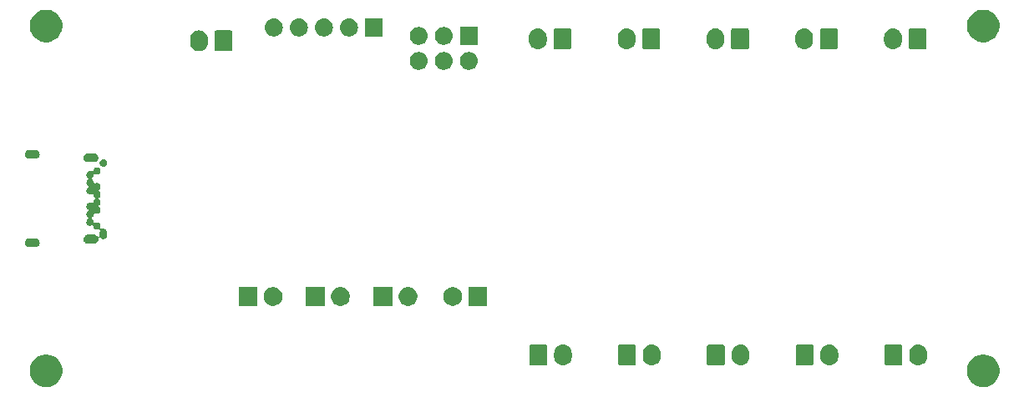
<source format=gbr>
G04 #@! TF.GenerationSoftware,KiCad,Pcbnew,(5.1.4-0)*
G04 #@! TF.CreationDate,2021-11-23T15:15:17+03:00*
G04 #@! TF.ProjectId,exercise_drop_tubes,65786572-6369-4736-955f-64726f705f74,rev?*
G04 #@! TF.SameCoordinates,Original*
G04 #@! TF.FileFunction,Soldermask,Bot*
G04 #@! TF.FilePolarity,Negative*
%FSLAX46Y46*%
G04 Gerber Fmt 4.6, Leading zero omitted, Abs format (unit mm)*
G04 Created by KiCad (PCBNEW (5.1.4-0)) date 2021-11-23 15:15:17*
%MOMM*%
%LPD*%
G04 APERTURE LIST*
%ADD10C,0.100000*%
G04 APERTURE END LIST*
D10*
G36*
X178875256Y-112391298D02*
G01*
X178981579Y-112412447D01*
X179282042Y-112536903D01*
X179552451Y-112717585D01*
X179782415Y-112947549D01*
X179963097Y-113217958D01*
X180087553Y-113518421D01*
X180151000Y-113837391D01*
X180151000Y-114162609D01*
X180087553Y-114481579D01*
X179963097Y-114782042D01*
X179782415Y-115052451D01*
X179552451Y-115282415D01*
X179282042Y-115463097D01*
X178981579Y-115587553D01*
X178875256Y-115608702D01*
X178662611Y-115651000D01*
X178337389Y-115651000D01*
X178124744Y-115608702D01*
X178018421Y-115587553D01*
X177717958Y-115463097D01*
X177447549Y-115282415D01*
X177217585Y-115052451D01*
X177036903Y-114782042D01*
X176912447Y-114481579D01*
X176849000Y-114162609D01*
X176849000Y-113837391D01*
X176912447Y-113518421D01*
X177036903Y-113217958D01*
X177217585Y-112947549D01*
X177447549Y-112717585D01*
X177717958Y-112536903D01*
X178018421Y-112412447D01*
X178124744Y-112391298D01*
X178337389Y-112349000D01*
X178662611Y-112349000D01*
X178875256Y-112391298D01*
X178875256Y-112391298D01*
G37*
G36*
X83875256Y-112391298D02*
G01*
X83981579Y-112412447D01*
X84282042Y-112536903D01*
X84552451Y-112717585D01*
X84782415Y-112947549D01*
X84963097Y-113217958D01*
X85087553Y-113518421D01*
X85151000Y-113837391D01*
X85151000Y-114162609D01*
X85087553Y-114481579D01*
X84963097Y-114782042D01*
X84782415Y-115052451D01*
X84552451Y-115282415D01*
X84282042Y-115463097D01*
X83981579Y-115587553D01*
X83875256Y-115608702D01*
X83662611Y-115651000D01*
X83337389Y-115651000D01*
X83124744Y-115608702D01*
X83018421Y-115587553D01*
X82717958Y-115463097D01*
X82447549Y-115282415D01*
X82217585Y-115052451D01*
X82036903Y-114782042D01*
X81912447Y-114481579D01*
X81849000Y-114162609D01*
X81849000Y-113837391D01*
X81912447Y-113518421D01*
X82036903Y-113217958D01*
X82217585Y-112947549D01*
X82447549Y-112717585D01*
X82717958Y-112536903D01*
X83018421Y-112412447D01*
X83124744Y-112391298D01*
X83337389Y-112349000D01*
X83662611Y-112349000D01*
X83875256Y-112391298D01*
X83875256Y-112391298D01*
G37*
G36*
X136076626Y-111362037D02*
G01*
X136246465Y-111413557D01*
X136246467Y-111413558D01*
X136402989Y-111497221D01*
X136540186Y-111609814D01*
X136623448Y-111711271D01*
X136652778Y-111747009D01*
X136736443Y-111903534D01*
X136787963Y-112073373D01*
X136801000Y-112205742D01*
X136801000Y-112594257D01*
X136787963Y-112726626D01*
X136736443Y-112896466D01*
X136652778Y-113052991D01*
X136623448Y-113088729D01*
X136540186Y-113190186D01*
X136445250Y-113268097D01*
X136402991Y-113302778D01*
X136246466Y-113386443D01*
X136076627Y-113437963D01*
X135900000Y-113455359D01*
X135723374Y-113437963D01*
X135553535Y-113386443D01*
X135397010Y-113302778D01*
X135259815Y-113190185D01*
X135147222Y-113052991D01*
X135063557Y-112896466D01*
X135012037Y-112726627D01*
X134999000Y-112594258D01*
X134999000Y-112205743D01*
X135012037Y-112073374D01*
X135063557Y-111903535D01*
X135147222Y-111747010D01*
X135147223Y-111747009D01*
X135259814Y-111609814D01*
X135361271Y-111526552D01*
X135397009Y-111497222D01*
X135553534Y-111413557D01*
X135723373Y-111362037D01*
X135900000Y-111344641D01*
X136076626Y-111362037D01*
X136076626Y-111362037D01*
G37*
G36*
X145076626Y-111362037D02*
G01*
X145246465Y-111413557D01*
X145246467Y-111413558D01*
X145402989Y-111497221D01*
X145540186Y-111609814D01*
X145623448Y-111711271D01*
X145652778Y-111747009D01*
X145736443Y-111903534D01*
X145787963Y-112073373D01*
X145801000Y-112205742D01*
X145801000Y-112594257D01*
X145787963Y-112726626D01*
X145736443Y-112896466D01*
X145652778Y-113052991D01*
X145623448Y-113088729D01*
X145540186Y-113190186D01*
X145445250Y-113268097D01*
X145402991Y-113302778D01*
X145246466Y-113386443D01*
X145076627Y-113437963D01*
X144900000Y-113455359D01*
X144723374Y-113437963D01*
X144553535Y-113386443D01*
X144397010Y-113302778D01*
X144259815Y-113190185D01*
X144147222Y-113052991D01*
X144063557Y-112896466D01*
X144012037Y-112726627D01*
X143999000Y-112594258D01*
X143999000Y-112205743D01*
X144012037Y-112073374D01*
X144063557Y-111903535D01*
X144147222Y-111747010D01*
X144147223Y-111747009D01*
X144259814Y-111609814D01*
X144361271Y-111526552D01*
X144397009Y-111497222D01*
X144553534Y-111413557D01*
X144723373Y-111362037D01*
X144900000Y-111344641D01*
X145076626Y-111362037D01*
X145076626Y-111362037D01*
G37*
G36*
X154076626Y-111362037D02*
G01*
X154246465Y-111413557D01*
X154246467Y-111413558D01*
X154402989Y-111497221D01*
X154540186Y-111609814D01*
X154623448Y-111711271D01*
X154652778Y-111747009D01*
X154736443Y-111903534D01*
X154787963Y-112073373D01*
X154801000Y-112205742D01*
X154801000Y-112594257D01*
X154787963Y-112726626D01*
X154736443Y-112896466D01*
X154652778Y-113052991D01*
X154623448Y-113088729D01*
X154540186Y-113190186D01*
X154445250Y-113268097D01*
X154402991Y-113302778D01*
X154246466Y-113386443D01*
X154076627Y-113437963D01*
X153900000Y-113455359D01*
X153723374Y-113437963D01*
X153553535Y-113386443D01*
X153397010Y-113302778D01*
X153259815Y-113190185D01*
X153147222Y-113052991D01*
X153063557Y-112896466D01*
X153012037Y-112726627D01*
X152999000Y-112594258D01*
X152999000Y-112205743D01*
X153012037Y-112073374D01*
X153063557Y-111903535D01*
X153147222Y-111747010D01*
X153147223Y-111747009D01*
X153259814Y-111609814D01*
X153361271Y-111526552D01*
X153397009Y-111497222D01*
X153553534Y-111413557D01*
X153723373Y-111362037D01*
X153900000Y-111344641D01*
X154076626Y-111362037D01*
X154076626Y-111362037D01*
G37*
G36*
X163076626Y-111362037D02*
G01*
X163246465Y-111413557D01*
X163246467Y-111413558D01*
X163402989Y-111497221D01*
X163540186Y-111609814D01*
X163623448Y-111711271D01*
X163652778Y-111747009D01*
X163736443Y-111903534D01*
X163787963Y-112073373D01*
X163801000Y-112205742D01*
X163801000Y-112594257D01*
X163787963Y-112726626D01*
X163736443Y-112896466D01*
X163652778Y-113052991D01*
X163623448Y-113088729D01*
X163540186Y-113190186D01*
X163445250Y-113268097D01*
X163402991Y-113302778D01*
X163246466Y-113386443D01*
X163076627Y-113437963D01*
X162900000Y-113455359D01*
X162723374Y-113437963D01*
X162553535Y-113386443D01*
X162397010Y-113302778D01*
X162259815Y-113190185D01*
X162147222Y-113052991D01*
X162063557Y-112896466D01*
X162012037Y-112726627D01*
X161999000Y-112594258D01*
X161999000Y-112205743D01*
X162012037Y-112073374D01*
X162063557Y-111903535D01*
X162147222Y-111747010D01*
X162147223Y-111747009D01*
X162259814Y-111609814D01*
X162361271Y-111526552D01*
X162397009Y-111497222D01*
X162553534Y-111413557D01*
X162723373Y-111362037D01*
X162900000Y-111344641D01*
X163076626Y-111362037D01*
X163076626Y-111362037D01*
G37*
G36*
X172076626Y-111362037D02*
G01*
X172246465Y-111413557D01*
X172246467Y-111413558D01*
X172402989Y-111497221D01*
X172540186Y-111609814D01*
X172623448Y-111711271D01*
X172652778Y-111747009D01*
X172736443Y-111903534D01*
X172787963Y-112073373D01*
X172801000Y-112205742D01*
X172801000Y-112594257D01*
X172787963Y-112726626D01*
X172736443Y-112896466D01*
X172652778Y-113052991D01*
X172623448Y-113088729D01*
X172540186Y-113190186D01*
X172445250Y-113268097D01*
X172402991Y-113302778D01*
X172246466Y-113386443D01*
X172076627Y-113437963D01*
X171900000Y-113455359D01*
X171723374Y-113437963D01*
X171553535Y-113386443D01*
X171397010Y-113302778D01*
X171259815Y-113190185D01*
X171147222Y-113052991D01*
X171063557Y-112896466D01*
X171012037Y-112726627D01*
X170999000Y-112594258D01*
X170999000Y-112205743D01*
X171012037Y-112073374D01*
X171063557Y-111903535D01*
X171147222Y-111747010D01*
X171147223Y-111747009D01*
X171259814Y-111609814D01*
X171361271Y-111526552D01*
X171397009Y-111497222D01*
X171553534Y-111413557D01*
X171723373Y-111362037D01*
X171900000Y-111344641D01*
X172076626Y-111362037D01*
X172076626Y-111362037D01*
G37*
G36*
X170158600Y-111352989D02*
G01*
X170191652Y-111363015D01*
X170222103Y-111379292D01*
X170248799Y-111401201D01*
X170270708Y-111427897D01*
X170286985Y-111458348D01*
X170297011Y-111491400D01*
X170301000Y-111531903D01*
X170301000Y-113268097D01*
X170297011Y-113308600D01*
X170286985Y-113341652D01*
X170270708Y-113372103D01*
X170248799Y-113398799D01*
X170222103Y-113420708D01*
X170191652Y-113436985D01*
X170158600Y-113447011D01*
X170118097Y-113451000D01*
X168681903Y-113451000D01*
X168641400Y-113447011D01*
X168608348Y-113436985D01*
X168577897Y-113420708D01*
X168551201Y-113398799D01*
X168529292Y-113372103D01*
X168513015Y-113341652D01*
X168502989Y-113308600D01*
X168499000Y-113268097D01*
X168499000Y-111531903D01*
X168502989Y-111491400D01*
X168513015Y-111458348D01*
X168529292Y-111427897D01*
X168551201Y-111401201D01*
X168577897Y-111379292D01*
X168608348Y-111363015D01*
X168641400Y-111352989D01*
X168681903Y-111349000D01*
X170118097Y-111349000D01*
X170158600Y-111352989D01*
X170158600Y-111352989D01*
G37*
G36*
X152158600Y-111352989D02*
G01*
X152191652Y-111363015D01*
X152222103Y-111379292D01*
X152248799Y-111401201D01*
X152270708Y-111427897D01*
X152286985Y-111458348D01*
X152297011Y-111491400D01*
X152301000Y-111531903D01*
X152301000Y-113268097D01*
X152297011Y-113308600D01*
X152286985Y-113341652D01*
X152270708Y-113372103D01*
X152248799Y-113398799D01*
X152222103Y-113420708D01*
X152191652Y-113436985D01*
X152158600Y-113447011D01*
X152118097Y-113451000D01*
X150681903Y-113451000D01*
X150641400Y-113447011D01*
X150608348Y-113436985D01*
X150577897Y-113420708D01*
X150551201Y-113398799D01*
X150529292Y-113372103D01*
X150513015Y-113341652D01*
X150502989Y-113308600D01*
X150499000Y-113268097D01*
X150499000Y-111531903D01*
X150502989Y-111491400D01*
X150513015Y-111458348D01*
X150529292Y-111427897D01*
X150551201Y-111401201D01*
X150577897Y-111379292D01*
X150608348Y-111363015D01*
X150641400Y-111352989D01*
X150681903Y-111349000D01*
X152118097Y-111349000D01*
X152158600Y-111352989D01*
X152158600Y-111352989D01*
G37*
G36*
X161158600Y-111352989D02*
G01*
X161191652Y-111363015D01*
X161222103Y-111379292D01*
X161248799Y-111401201D01*
X161270708Y-111427897D01*
X161286985Y-111458348D01*
X161297011Y-111491400D01*
X161301000Y-111531903D01*
X161301000Y-113268097D01*
X161297011Y-113308600D01*
X161286985Y-113341652D01*
X161270708Y-113372103D01*
X161248799Y-113398799D01*
X161222103Y-113420708D01*
X161191652Y-113436985D01*
X161158600Y-113447011D01*
X161118097Y-113451000D01*
X159681903Y-113451000D01*
X159641400Y-113447011D01*
X159608348Y-113436985D01*
X159577897Y-113420708D01*
X159551201Y-113398799D01*
X159529292Y-113372103D01*
X159513015Y-113341652D01*
X159502989Y-113308600D01*
X159499000Y-113268097D01*
X159499000Y-111531903D01*
X159502989Y-111491400D01*
X159513015Y-111458348D01*
X159529292Y-111427897D01*
X159551201Y-111401201D01*
X159577897Y-111379292D01*
X159608348Y-111363015D01*
X159641400Y-111352989D01*
X159681903Y-111349000D01*
X161118097Y-111349000D01*
X161158600Y-111352989D01*
X161158600Y-111352989D01*
G37*
G36*
X134158600Y-111352989D02*
G01*
X134191652Y-111363015D01*
X134222103Y-111379292D01*
X134248799Y-111401201D01*
X134270708Y-111427897D01*
X134286985Y-111458348D01*
X134297011Y-111491400D01*
X134301000Y-111531903D01*
X134301000Y-113268097D01*
X134297011Y-113308600D01*
X134286985Y-113341652D01*
X134270708Y-113372103D01*
X134248799Y-113398799D01*
X134222103Y-113420708D01*
X134191652Y-113436985D01*
X134158600Y-113447011D01*
X134118097Y-113451000D01*
X132681903Y-113451000D01*
X132641400Y-113447011D01*
X132608348Y-113436985D01*
X132577897Y-113420708D01*
X132551201Y-113398799D01*
X132529292Y-113372103D01*
X132513015Y-113341652D01*
X132502989Y-113308600D01*
X132499000Y-113268097D01*
X132499000Y-111531903D01*
X132502989Y-111491400D01*
X132513015Y-111458348D01*
X132529292Y-111427897D01*
X132551201Y-111401201D01*
X132577897Y-111379292D01*
X132608348Y-111363015D01*
X132641400Y-111352989D01*
X132681903Y-111349000D01*
X134118097Y-111349000D01*
X134158600Y-111352989D01*
X134158600Y-111352989D01*
G37*
G36*
X143158600Y-111352989D02*
G01*
X143191652Y-111363015D01*
X143222103Y-111379292D01*
X143248799Y-111401201D01*
X143270708Y-111427897D01*
X143286985Y-111458348D01*
X143297011Y-111491400D01*
X143301000Y-111531903D01*
X143301000Y-113268097D01*
X143297011Y-113308600D01*
X143286985Y-113341652D01*
X143270708Y-113372103D01*
X143248799Y-113398799D01*
X143222103Y-113420708D01*
X143191652Y-113436985D01*
X143158600Y-113447011D01*
X143118097Y-113451000D01*
X141681903Y-113451000D01*
X141641400Y-113447011D01*
X141608348Y-113436985D01*
X141577897Y-113420708D01*
X141551201Y-113398799D01*
X141529292Y-113372103D01*
X141513015Y-113341652D01*
X141502989Y-113308600D01*
X141499000Y-113268097D01*
X141499000Y-111531903D01*
X141502989Y-111491400D01*
X141513015Y-111458348D01*
X141529292Y-111427897D01*
X141551201Y-111401201D01*
X141577897Y-111379292D01*
X141608348Y-111363015D01*
X141641400Y-111352989D01*
X141681903Y-111349000D01*
X143118097Y-111349000D01*
X143158600Y-111352989D01*
X143158600Y-111352989D01*
G37*
G36*
X118601000Y-107401000D02*
G01*
X116699000Y-107401000D01*
X116699000Y-105499000D01*
X118601000Y-105499000D01*
X118601000Y-107401000D01*
X118601000Y-107401000D01*
G37*
G36*
X128201000Y-107401000D02*
G01*
X126299000Y-107401000D01*
X126299000Y-105499000D01*
X128201000Y-105499000D01*
X128201000Y-107401000D01*
X128201000Y-107401000D01*
G37*
G36*
X113617395Y-105535546D02*
G01*
X113790466Y-105607234D01*
X113790467Y-105607235D01*
X113946227Y-105711310D01*
X114078690Y-105843773D01*
X114078691Y-105843775D01*
X114182766Y-105999534D01*
X114254454Y-106172605D01*
X114291000Y-106356333D01*
X114291000Y-106543667D01*
X114254454Y-106727395D01*
X114182766Y-106900466D01*
X114182765Y-106900467D01*
X114078690Y-107056227D01*
X113946227Y-107188690D01*
X113867818Y-107241081D01*
X113790466Y-107292766D01*
X113617395Y-107364454D01*
X113433667Y-107401000D01*
X113246333Y-107401000D01*
X113062605Y-107364454D01*
X112889534Y-107292766D01*
X112812182Y-107241081D01*
X112733773Y-107188690D01*
X112601310Y-107056227D01*
X112497235Y-106900467D01*
X112497234Y-106900466D01*
X112425546Y-106727395D01*
X112389000Y-106543667D01*
X112389000Y-106356333D01*
X112425546Y-106172605D01*
X112497234Y-105999534D01*
X112601309Y-105843775D01*
X112601310Y-105843773D01*
X112733773Y-105711310D01*
X112889533Y-105607235D01*
X112889534Y-105607234D01*
X113062605Y-105535546D01*
X113246333Y-105499000D01*
X113433667Y-105499000D01*
X113617395Y-105535546D01*
X113617395Y-105535546D01*
G37*
G36*
X111751000Y-107401000D02*
G01*
X109849000Y-107401000D01*
X109849000Y-105499000D01*
X111751000Y-105499000D01*
X111751000Y-107401000D01*
X111751000Y-107401000D01*
G37*
G36*
X106777395Y-105535546D02*
G01*
X106950466Y-105607234D01*
X106950467Y-105607235D01*
X107106227Y-105711310D01*
X107238690Y-105843773D01*
X107238691Y-105843775D01*
X107342766Y-105999534D01*
X107414454Y-106172605D01*
X107451000Y-106356333D01*
X107451000Y-106543667D01*
X107414454Y-106727395D01*
X107342766Y-106900466D01*
X107342765Y-106900467D01*
X107238690Y-107056227D01*
X107106227Y-107188690D01*
X107027818Y-107241081D01*
X106950466Y-107292766D01*
X106777395Y-107364454D01*
X106593667Y-107401000D01*
X106406333Y-107401000D01*
X106222605Y-107364454D01*
X106049534Y-107292766D01*
X105972182Y-107241081D01*
X105893773Y-107188690D01*
X105761310Y-107056227D01*
X105657235Y-106900467D01*
X105657234Y-106900466D01*
X105585546Y-106727395D01*
X105549000Y-106543667D01*
X105549000Y-106356333D01*
X105585546Y-106172605D01*
X105657234Y-105999534D01*
X105761309Y-105843775D01*
X105761310Y-105843773D01*
X105893773Y-105711310D01*
X106049533Y-105607235D01*
X106049534Y-105607234D01*
X106222605Y-105535546D01*
X106406333Y-105499000D01*
X106593667Y-105499000D01*
X106777395Y-105535546D01*
X106777395Y-105535546D01*
G37*
G36*
X104911000Y-107401000D02*
G01*
X103009000Y-107401000D01*
X103009000Y-105499000D01*
X104911000Y-105499000D01*
X104911000Y-107401000D01*
X104911000Y-107401000D01*
G37*
G36*
X124987395Y-105535546D02*
G01*
X125160466Y-105607234D01*
X125160467Y-105607235D01*
X125316227Y-105711310D01*
X125448690Y-105843773D01*
X125448691Y-105843775D01*
X125552766Y-105999534D01*
X125624454Y-106172605D01*
X125661000Y-106356333D01*
X125661000Y-106543667D01*
X125624454Y-106727395D01*
X125552766Y-106900466D01*
X125552765Y-106900467D01*
X125448690Y-107056227D01*
X125316227Y-107188690D01*
X125237818Y-107241081D01*
X125160466Y-107292766D01*
X124987395Y-107364454D01*
X124803667Y-107401000D01*
X124616333Y-107401000D01*
X124432605Y-107364454D01*
X124259534Y-107292766D01*
X124182182Y-107241081D01*
X124103773Y-107188690D01*
X123971310Y-107056227D01*
X123867235Y-106900467D01*
X123867234Y-106900466D01*
X123795546Y-106727395D01*
X123759000Y-106543667D01*
X123759000Y-106356333D01*
X123795546Y-106172605D01*
X123867234Y-105999534D01*
X123971309Y-105843775D01*
X123971310Y-105843773D01*
X124103773Y-105711310D01*
X124259533Y-105607235D01*
X124259534Y-105607234D01*
X124432605Y-105535546D01*
X124616333Y-105499000D01*
X124803667Y-105499000D01*
X124987395Y-105535546D01*
X124987395Y-105535546D01*
G37*
G36*
X120467395Y-105535546D02*
G01*
X120640466Y-105607234D01*
X120640467Y-105607235D01*
X120796227Y-105711310D01*
X120928690Y-105843773D01*
X120928691Y-105843775D01*
X121032766Y-105999534D01*
X121104454Y-106172605D01*
X121141000Y-106356333D01*
X121141000Y-106543667D01*
X121104454Y-106727395D01*
X121032766Y-106900466D01*
X121032765Y-106900467D01*
X120928690Y-107056227D01*
X120796227Y-107188690D01*
X120717818Y-107241081D01*
X120640466Y-107292766D01*
X120467395Y-107364454D01*
X120283667Y-107401000D01*
X120096333Y-107401000D01*
X119912605Y-107364454D01*
X119739534Y-107292766D01*
X119662182Y-107241081D01*
X119583773Y-107188690D01*
X119451310Y-107056227D01*
X119347235Y-106900467D01*
X119347234Y-106900466D01*
X119275546Y-106727395D01*
X119239000Y-106543667D01*
X119239000Y-106356333D01*
X119275546Y-106172605D01*
X119347234Y-105999534D01*
X119451309Y-105843775D01*
X119451310Y-105843773D01*
X119583773Y-105711310D01*
X119739533Y-105607235D01*
X119739534Y-105607234D01*
X119912605Y-105535546D01*
X120096333Y-105499000D01*
X120283667Y-105499000D01*
X120467395Y-105535546D01*
X120467395Y-105535546D01*
G37*
G36*
X82498410Y-100545525D02*
G01*
X82583426Y-100571314D01*
X82661775Y-100613193D01*
X82730449Y-100669551D01*
X82786807Y-100738225D01*
X82828686Y-100816574D01*
X82854475Y-100901590D01*
X82863182Y-100990000D01*
X82854475Y-101078410D01*
X82828686Y-101163426D01*
X82786807Y-101241775D01*
X82730449Y-101310449D01*
X82661775Y-101366807D01*
X82583426Y-101408686D01*
X82498410Y-101434475D01*
X82432158Y-101441000D01*
X81787842Y-101441000D01*
X81721590Y-101434475D01*
X81636574Y-101408686D01*
X81558225Y-101366807D01*
X81489551Y-101310449D01*
X81433193Y-101241775D01*
X81391314Y-101163426D01*
X81365525Y-101078410D01*
X81356818Y-100990000D01*
X81365525Y-100901590D01*
X81391314Y-100816574D01*
X81433193Y-100738225D01*
X81489551Y-100669551D01*
X81558225Y-100613193D01*
X81636574Y-100571314D01*
X81721590Y-100545525D01*
X81787842Y-100539000D01*
X82432158Y-100539000D01*
X82498410Y-100545525D01*
X82498410Y-100545525D01*
G37*
G36*
X88769672Y-93338449D02*
G01*
X88769674Y-93338450D01*
X88769675Y-93338450D01*
X88838103Y-93366793D01*
X88899686Y-93407942D01*
X88952058Y-93460314D01*
X88993207Y-93521897D01*
X89021550Y-93590325D01*
X89021551Y-93590328D01*
X89036000Y-93662966D01*
X89036000Y-93737034D01*
X89035719Y-93738449D01*
X89021550Y-93809675D01*
X88993207Y-93878103D01*
X88952058Y-93939686D01*
X88899686Y-93992058D01*
X88838103Y-94033207D01*
X88769675Y-94061550D01*
X88769674Y-94061550D01*
X88769672Y-94061551D01*
X88697034Y-94076000D01*
X88622966Y-94076000D01*
X88550326Y-94061551D01*
X88506904Y-94043565D01*
X88483455Y-94036452D01*
X88459069Y-94034050D01*
X88434683Y-94036452D01*
X88411234Y-94043565D01*
X88389624Y-94055116D01*
X88370682Y-94070661D01*
X88355136Y-94089603D01*
X88343585Y-94111214D01*
X88336472Y-94134662D01*
X88321551Y-94209673D01*
X88321550Y-94209675D01*
X88293207Y-94278103D01*
X88252058Y-94339686D01*
X88199686Y-94392058D01*
X88193679Y-94396072D01*
X88174744Y-94411612D01*
X88159199Y-94430553D01*
X88147647Y-94452164D01*
X88140534Y-94475613D01*
X88138132Y-94499999D01*
X88140534Y-94524385D01*
X88147647Y-94547834D01*
X88159197Y-94569445D01*
X88174743Y-94588387D01*
X88193679Y-94603928D01*
X88199686Y-94607942D01*
X88252058Y-94660314D01*
X88293207Y-94721897D01*
X88317399Y-94780304D01*
X88321551Y-94790327D01*
X88336472Y-94865338D01*
X88343585Y-94888786D01*
X88355136Y-94910397D01*
X88370682Y-94929339D01*
X88389624Y-94944884D01*
X88411234Y-94956435D01*
X88434683Y-94963548D01*
X88459069Y-94965950D01*
X88483456Y-94963548D01*
X88506904Y-94956435D01*
X88550326Y-94938449D01*
X88622966Y-94924000D01*
X88697034Y-94924000D01*
X88769672Y-94938449D01*
X88769674Y-94938450D01*
X88769675Y-94938450D01*
X88838103Y-94966793D01*
X88899686Y-95007942D01*
X88952058Y-95060314D01*
X88993207Y-95121897D01*
X89021550Y-95190325D01*
X89021551Y-95190328D01*
X89036000Y-95262966D01*
X89036000Y-95337034D01*
X89025785Y-95388388D01*
X89021550Y-95409675D01*
X88993207Y-95478103D01*
X88952058Y-95539686D01*
X88899686Y-95592058D01*
X88893679Y-95596072D01*
X88874744Y-95611612D01*
X88859199Y-95630553D01*
X88847647Y-95652164D01*
X88840534Y-95675613D01*
X88838132Y-95699999D01*
X88840534Y-95724385D01*
X88847647Y-95747834D01*
X88859197Y-95769445D01*
X88874743Y-95788387D01*
X88893679Y-95803928D01*
X88899686Y-95807942D01*
X88952058Y-95860314D01*
X88993207Y-95921897D01*
X89021550Y-95990325D01*
X89021551Y-95990328D01*
X89036000Y-96062966D01*
X89036000Y-96137034D01*
X89021551Y-96209672D01*
X89021550Y-96209674D01*
X89021550Y-96209675D01*
X88993207Y-96278103D01*
X88952058Y-96339686D01*
X88899686Y-96392058D01*
X88893679Y-96396072D01*
X88874744Y-96411612D01*
X88859199Y-96430553D01*
X88847647Y-96452164D01*
X88840534Y-96475613D01*
X88838132Y-96499999D01*
X88840534Y-96524385D01*
X88847647Y-96547834D01*
X88859197Y-96569445D01*
X88874743Y-96588387D01*
X88893679Y-96603928D01*
X88899686Y-96607942D01*
X88952058Y-96660314D01*
X88993207Y-96721897D01*
X89021550Y-96790325D01*
X89021551Y-96790328D01*
X89036000Y-96862966D01*
X89036000Y-96937034D01*
X89035719Y-96938449D01*
X89021550Y-97009675D01*
X88993207Y-97078103D01*
X88952058Y-97139686D01*
X88899686Y-97192058D01*
X88893679Y-97196072D01*
X88874744Y-97211612D01*
X88859199Y-97230553D01*
X88847647Y-97252164D01*
X88840534Y-97275613D01*
X88838132Y-97299999D01*
X88840534Y-97324385D01*
X88847647Y-97347834D01*
X88859197Y-97369445D01*
X88874743Y-97388387D01*
X88893679Y-97403928D01*
X88899686Y-97407942D01*
X88952058Y-97460314D01*
X88993207Y-97521897D01*
X89021550Y-97590325D01*
X89021551Y-97590328D01*
X89036000Y-97662966D01*
X89036000Y-97737034D01*
X89025785Y-97788388D01*
X89021550Y-97809675D01*
X88993207Y-97878103D01*
X88952058Y-97939686D01*
X88899686Y-97992058D01*
X88838103Y-98033207D01*
X88769675Y-98061550D01*
X88769674Y-98061550D01*
X88769672Y-98061551D01*
X88697034Y-98076000D01*
X88622966Y-98076000D01*
X88550326Y-98061551D01*
X88506904Y-98043565D01*
X88483455Y-98036452D01*
X88459069Y-98034050D01*
X88434683Y-98036452D01*
X88411234Y-98043565D01*
X88389624Y-98055116D01*
X88370682Y-98070661D01*
X88355136Y-98089603D01*
X88343585Y-98111214D01*
X88336472Y-98134662D01*
X88321551Y-98209673D01*
X88321550Y-98209675D01*
X88293207Y-98278103D01*
X88252058Y-98339686D01*
X88199686Y-98392058D01*
X88193679Y-98396072D01*
X88174744Y-98411612D01*
X88159199Y-98430553D01*
X88147647Y-98452164D01*
X88140534Y-98475613D01*
X88138132Y-98499999D01*
X88140534Y-98524385D01*
X88147647Y-98547834D01*
X88159197Y-98569445D01*
X88174743Y-98588387D01*
X88193679Y-98603928D01*
X88199686Y-98607942D01*
X88252058Y-98660314D01*
X88293207Y-98721897D01*
X88317399Y-98780304D01*
X88321551Y-98790327D01*
X88336472Y-98865338D01*
X88343585Y-98888786D01*
X88355136Y-98910397D01*
X88370682Y-98929339D01*
X88389624Y-98944884D01*
X88411234Y-98956435D01*
X88434683Y-98963548D01*
X88459069Y-98965950D01*
X88483456Y-98963548D01*
X88506904Y-98956435D01*
X88550326Y-98938449D01*
X88622966Y-98924000D01*
X88697034Y-98924000D01*
X88769672Y-98938449D01*
X88769674Y-98938450D01*
X88769675Y-98938450D01*
X88838103Y-98966793D01*
X88899686Y-99007942D01*
X88952058Y-99060314D01*
X88993207Y-99121897D01*
X89021550Y-99190325D01*
X89021551Y-99190328D01*
X89036000Y-99262966D01*
X89036000Y-99337034D01*
X89021551Y-99409674D01*
X89011405Y-99434169D01*
X89004292Y-99457618D01*
X89001890Y-99482004D01*
X89004292Y-99506390D01*
X89011405Y-99529839D01*
X89022956Y-99551450D01*
X89038501Y-99570392D01*
X89057443Y-99585937D01*
X89079054Y-99597488D01*
X89102503Y-99604601D01*
X89126889Y-99607003D01*
X89151275Y-99604601D01*
X89163175Y-99601621D01*
X89165415Y-99600941D01*
X89165416Y-99600941D01*
X89236292Y-99579441D01*
X89236293Y-99579441D01*
X89236296Y-99579440D01*
X89310000Y-99572181D01*
X89383710Y-99579440D01*
X89454585Y-99600940D01*
X89519904Y-99635854D01*
X89577159Y-99682841D01*
X89624146Y-99740096D01*
X89659058Y-99805411D01*
X89680560Y-99876294D01*
X89686000Y-99931529D01*
X89686000Y-100268472D01*
X89680560Y-100323710D01*
X89659060Y-100394585D01*
X89624146Y-100459904D01*
X89577159Y-100517159D01*
X89519906Y-100564145D01*
X89454583Y-100599060D01*
X89383709Y-100620560D01*
X89310000Y-100627819D01*
X89236290Y-100620560D01*
X89165415Y-100599060D01*
X89100096Y-100564146D01*
X89042842Y-100517159D01*
X89030645Y-100502297D01*
X89013318Y-100484970D01*
X88992944Y-100471356D01*
X88970305Y-100461979D01*
X88946272Y-100457198D01*
X88921768Y-100457198D01*
X88897735Y-100461978D01*
X88875096Y-100471355D01*
X88854721Y-100484969D01*
X88837394Y-100502296D01*
X88823780Y-100522670D01*
X88814403Y-100545309D01*
X88809622Y-100569342D01*
X88809622Y-100593846D01*
X88813182Y-100629999D01*
X88804475Y-100718410D01*
X88778686Y-100803426D01*
X88736807Y-100881775D01*
X88680449Y-100950449D01*
X88611775Y-101006807D01*
X88533426Y-101048686D01*
X88448410Y-101074475D01*
X88382158Y-101081000D01*
X87737842Y-101081000D01*
X87671590Y-101074475D01*
X87586574Y-101048686D01*
X87508225Y-101006807D01*
X87439551Y-100950449D01*
X87383193Y-100881775D01*
X87341314Y-100803426D01*
X87315525Y-100718410D01*
X87306818Y-100630000D01*
X87315525Y-100541590D01*
X87341314Y-100456574D01*
X87383193Y-100378225D01*
X87439551Y-100309551D01*
X87508225Y-100253193D01*
X87586574Y-100211314D01*
X87671590Y-100185525D01*
X87737842Y-100179000D01*
X88382158Y-100179000D01*
X88448410Y-100185525D01*
X88533426Y-100211314D01*
X88611775Y-100253193D01*
X88680449Y-100309552D01*
X88712375Y-100348454D01*
X88729702Y-100365781D01*
X88750077Y-100379395D01*
X88772715Y-100388772D01*
X88796749Y-100393553D01*
X88821253Y-100393553D01*
X88845286Y-100388773D01*
X88867925Y-100379395D01*
X88888299Y-100365782D01*
X88905626Y-100348455D01*
X88919240Y-100328080D01*
X88928617Y-100305442D01*
X88933398Y-100281408D01*
X88934000Y-100269156D01*
X88934000Y-99931528D01*
X88939440Y-99876292D01*
X88961621Y-99803175D01*
X88966402Y-99779142D01*
X88966402Y-99754638D01*
X88961622Y-99730604D01*
X88952245Y-99707965D01*
X88938632Y-99687591D01*
X88921305Y-99670263D01*
X88900931Y-99656649D01*
X88878292Y-99647272D01*
X88854259Y-99642491D01*
X88829755Y-99642491D01*
X88805721Y-99647271D01*
X88794168Y-99651405D01*
X88769674Y-99661551D01*
X88697034Y-99676000D01*
X88622966Y-99676000D01*
X88550328Y-99661551D01*
X88550326Y-99661550D01*
X88550325Y-99661550D01*
X88481897Y-99633207D01*
X88420314Y-99592058D01*
X88367942Y-99539686D01*
X88326793Y-99478103D01*
X88298450Y-99409675D01*
X88298449Y-99409673D01*
X88283528Y-99334662D01*
X88276415Y-99311214D01*
X88264864Y-99289603D01*
X88249318Y-99270661D01*
X88230376Y-99255116D01*
X88208766Y-99243565D01*
X88185317Y-99236452D01*
X88160931Y-99234050D01*
X88136544Y-99236452D01*
X88113096Y-99243565D01*
X88069674Y-99261551D01*
X87997034Y-99276000D01*
X87922966Y-99276000D01*
X87850328Y-99261551D01*
X87850326Y-99261550D01*
X87850325Y-99261550D01*
X87781897Y-99233207D01*
X87720314Y-99192058D01*
X87667942Y-99139686D01*
X87626793Y-99078103D01*
X87598450Y-99009675D01*
X87584282Y-98938449D01*
X87584000Y-98937034D01*
X87584000Y-98862966D01*
X87598449Y-98790328D01*
X87598450Y-98790325D01*
X87626793Y-98721897D01*
X87667942Y-98660314D01*
X87720314Y-98607942D01*
X87726321Y-98603928D01*
X87745256Y-98588388D01*
X87760801Y-98569447D01*
X87772353Y-98547836D01*
X87779466Y-98524387D01*
X87781868Y-98500001D01*
X87779466Y-98475615D01*
X87772353Y-98452166D01*
X87760803Y-98430555D01*
X87745257Y-98411613D01*
X87726321Y-98396072D01*
X87720314Y-98392058D01*
X87667942Y-98339686D01*
X87626793Y-98278103D01*
X87598450Y-98209675D01*
X87598450Y-98209674D01*
X87598449Y-98209672D01*
X87584000Y-98137034D01*
X87584000Y-98062966D01*
X87598449Y-97990328D01*
X87598450Y-97990325D01*
X87626793Y-97921897D01*
X87667942Y-97860314D01*
X87720314Y-97807942D01*
X87726321Y-97803928D01*
X87745256Y-97788388D01*
X87760801Y-97769447D01*
X87772353Y-97747836D01*
X87779466Y-97724387D01*
X87781868Y-97700001D01*
X87779466Y-97675615D01*
X87772353Y-97652166D01*
X87760803Y-97630555D01*
X87745257Y-97611613D01*
X87726321Y-97596072D01*
X87720314Y-97592058D01*
X87667942Y-97539686D01*
X87626793Y-97478103D01*
X87598450Y-97409675D01*
X87586149Y-97347834D01*
X87584000Y-97337034D01*
X87584000Y-97262966D01*
X87598449Y-97190328D01*
X87598450Y-97190325D01*
X87626793Y-97121897D01*
X87667942Y-97060314D01*
X87720314Y-97007942D01*
X87781897Y-96966793D01*
X87850325Y-96938450D01*
X87850326Y-96938450D01*
X87850328Y-96938449D01*
X87922966Y-96924000D01*
X87997034Y-96924000D01*
X88069674Y-96938449D01*
X88113096Y-96956435D01*
X88136545Y-96963548D01*
X88160931Y-96965950D01*
X88185317Y-96963548D01*
X88208766Y-96956435D01*
X88230376Y-96944884D01*
X88249318Y-96929339D01*
X88264864Y-96910397D01*
X88276415Y-96888786D01*
X88283528Y-96865338D01*
X88298449Y-96790327D01*
X88302601Y-96780304D01*
X88326793Y-96721897D01*
X88367942Y-96660314D01*
X88420314Y-96607942D01*
X88426321Y-96603928D01*
X88445256Y-96588388D01*
X88460801Y-96569447D01*
X88472353Y-96547836D01*
X88479466Y-96524387D01*
X88481868Y-96500001D01*
X88479466Y-96475615D01*
X88472353Y-96452166D01*
X88460803Y-96430555D01*
X88445257Y-96411613D01*
X88426321Y-96396072D01*
X88420314Y-96392058D01*
X88367942Y-96339686D01*
X88326793Y-96278103D01*
X88298450Y-96209675D01*
X88298449Y-96209673D01*
X88283528Y-96134662D01*
X88276415Y-96111214D01*
X88264864Y-96089603D01*
X88249318Y-96070661D01*
X88230376Y-96055116D01*
X88208766Y-96043565D01*
X88185317Y-96036452D01*
X88160931Y-96034050D01*
X88136544Y-96036452D01*
X88113096Y-96043565D01*
X88069674Y-96061551D01*
X87997034Y-96076000D01*
X87922966Y-96076000D01*
X87850328Y-96061551D01*
X87850326Y-96061550D01*
X87850325Y-96061550D01*
X87781897Y-96033207D01*
X87720314Y-95992058D01*
X87667942Y-95939686D01*
X87626793Y-95878103D01*
X87598450Y-95809675D01*
X87586149Y-95747834D01*
X87584000Y-95737034D01*
X87584000Y-95662966D01*
X87598449Y-95590328D01*
X87598450Y-95590325D01*
X87626793Y-95521897D01*
X87667942Y-95460314D01*
X87720314Y-95407942D01*
X87726321Y-95403928D01*
X87745256Y-95388388D01*
X87760801Y-95369447D01*
X87772353Y-95347836D01*
X87779466Y-95324387D01*
X87781868Y-95300001D01*
X87779466Y-95275615D01*
X87772353Y-95252166D01*
X87760803Y-95230555D01*
X87745257Y-95211613D01*
X87726321Y-95196072D01*
X87720314Y-95192058D01*
X87667942Y-95139686D01*
X87626793Y-95078103D01*
X87598450Y-95009675D01*
X87584282Y-94938449D01*
X87584000Y-94937034D01*
X87584000Y-94862966D01*
X87598449Y-94790328D01*
X87598450Y-94790325D01*
X87626793Y-94721897D01*
X87667942Y-94660314D01*
X87720314Y-94607942D01*
X87726321Y-94603928D01*
X87745256Y-94588388D01*
X87760801Y-94569447D01*
X87772353Y-94547836D01*
X87779466Y-94524387D01*
X87781868Y-94500001D01*
X87779466Y-94475615D01*
X87772353Y-94452166D01*
X87760803Y-94430555D01*
X87745257Y-94411613D01*
X87726321Y-94396072D01*
X87720314Y-94392058D01*
X87667942Y-94339686D01*
X87626793Y-94278103D01*
X87598450Y-94209675D01*
X87598450Y-94209674D01*
X87598449Y-94209672D01*
X87584000Y-94137034D01*
X87584000Y-94062966D01*
X87598449Y-93990328D01*
X87598450Y-93990325D01*
X87626793Y-93921897D01*
X87667942Y-93860314D01*
X87720314Y-93807942D01*
X87781897Y-93766793D01*
X87850325Y-93738450D01*
X87850326Y-93738450D01*
X87850328Y-93738449D01*
X87922966Y-93724000D01*
X87997034Y-93724000D01*
X88069674Y-93738449D01*
X88113096Y-93756435D01*
X88136545Y-93763548D01*
X88160931Y-93765950D01*
X88185317Y-93763548D01*
X88208766Y-93756435D01*
X88230376Y-93744884D01*
X88249318Y-93729339D01*
X88264864Y-93710397D01*
X88276415Y-93688786D01*
X88283528Y-93665338D01*
X88298449Y-93590327D01*
X88302601Y-93580304D01*
X88326793Y-93521897D01*
X88367942Y-93460314D01*
X88420314Y-93407942D01*
X88481897Y-93366793D01*
X88550325Y-93338450D01*
X88550326Y-93338450D01*
X88550328Y-93338449D01*
X88622966Y-93324000D01*
X88697034Y-93324000D01*
X88769672Y-93338449D01*
X88769672Y-93338449D01*
G37*
G36*
X89419672Y-92538449D02*
G01*
X89419674Y-92538450D01*
X89419675Y-92538450D01*
X89488103Y-92566793D01*
X89549686Y-92607942D01*
X89602058Y-92660314D01*
X89643207Y-92721897D01*
X89671550Y-92790325D01*
X89686000Y-92862967D01*
X89686000Y-92937033D01*
X89671550Y-93009675D01*
X89643207Y-93078103D01*
X89602058Y-93139686D01*
X89549686Y-93192058D01*
X89488103Y-93233207D01*
X89419675Y-93261550D01*
X89419674Y-93261550D01*
X89419672Y-93261551D01*
X89347034Y-93276000D01*
X89272966Y-93276000D01*
X89200328Y-93261551D01*
X89200326Y-93261550D01*
X89200325Y-93261550D01*
X89131897Y-93233207D01*
X89070314Y-93192058D01*
X89017942Y-93139686D01*
X88976793Y-93078103D01*
X88948450Y-93009675D01*
X88934000Y-92937033D01*
X88934000Y-92862967D01*
X88948450Y-92790325D01*
X88976793Y-92721897D01*
X89017942Y-92660314D01*
X89070314Y-92607942D01*
X89131897Y-92566793D01*
X89200325Y-92538450D01*
X89200326Y-92538450D01*
X89200328Y-92538449D01*
X89272966Y-92524000D01*
X89347034Y-92524000D01*
X89419672Y-92538449D01*
X89419672Y-92538449D01*
G37*
G36*
X88448410Y-91925525D02*
G01*
X88533426Y-91951314D01*
X88611775Y-91993193D01*
X88680449Y-92049551D01*
X88736807Y-92118225D01*
X88778686Y-92196574D01*
X88804475Y-92281590D01*
X88813182Y-92370000D01*
X88804475Y-92458410D01*
X88778686Y-92543426D01*
X88736807Y-92621775D01*
X88680449Y-92690449D01*
X88611775Y-92746807D01*
X88533426Y-92788686D01*
X88448410Y-92814475D01*
X88382158Y-92821000D01*
X87737842Y-92821000D01*
X87671590Y-92814475D01*
X87586574Y-92788686D01*
X87508225Y-92746807D01*
X87439551Y-92690449D01*
X87383193Y-92621775D01*
X87341314Y-92543426D01*
X87315525Y-92458410D01*
X87306818Y-92370000D01*
X87315525Y-92281590D01*
X87341314Y-92196574D01*
X87383193Y-92118225D01*
X87439551Y-92049551D01*
X87508225Y-91993193D01*
X87586574Y-91951314D01*
X87671590Y-91925525D01*
X87737842Y-91919000D01*
X88382158Y-91919000D01*
X88448410Y-91925525D01*
X88448410Y-91925525D01*
G37*
G36*
X82498410Y-91565525D02*
G01*
X82583426Y-91591314D01*
X82661775Y-91633193D01*
X82730449Y-91689551D01*
X82786807Y-91758225D01*
X82828686Y-91836574D01*
X82854475Y-91921590D01*
X82863182Y-92010000D01*
X82854475Y-92098410D01*
X82828686Y-92183426D01*
X82786807Y-92261775D01*
X82730449Y-92330449D01*
X82661775Y-92386807D01*
X82583426Y-92428686D01*
X82498410Y-92454475D01*
X82432158Y-92461000D01*
X81787842Y-92461000D01*
X81721590Y-92454475D01*
X81636574Y-92428686D01*
X81558225Y-92386807D01*
X81489551Y-92330449D01*
X81433193Y-92261775D01*
X81391314Y-92183426D01*
X81365525Y-92098410D01*
X81356818Y-92010000D01*
X81365525Y-91921590D01*
X81391314Y-91836574D01*
X81433193Y-91758225D01*
X81489551Y-91689551D01*
X81558225Y-91633193D01*
X81636574Y-91591314D01*
X81721590Y-91565525D01*
X81787842Y-91559000D01*
X82432158Y-91559000D01*
X82498410Y-91565525D01*
X82498410Y-91565525D01*
G37*
G36*
X121380443Y-81645519D02*
G01*
X121446627Y-81652037D01*
X121616466Y-81703557D01*
X121772991Y-81787222D01*
X121808729Y-81816552D01*
X121910186Y-81899814D01*
X121993448Y-82001271D01*
X122022778Y-82037009D01*
X122106443Y-82193534D01*
X122157963Y-82363373D01*
X122175359Y-82540000D01*
X122157963Y-82716627D01*
X122106443Y-82886466D01*
X122022778Y-83042991D01*
X121993448Y-83078729D01*
X121910186Y-83180186D01*
X121808729Y-83263448D01*
X121772991Y-83292778D01*
X121616466Y-83376443D01*
X121446627Y-83427963D01*
X121380442Y-83434482D01*
X121314260Y-83441000D01*
X121225740Y-83441000D01*
X121159558Y-83434482D01*
X121093373Y-83427963D01*
X120923534Y-83376443D01*
X120767009Y-83292778D01*
X120731271Y-83263448D01*
X120629814Y-83180186D01*
X120546552Y-83078729D01*
X120517222Y-83042991D01*
X120433557Y-82886466D01*
X120382037Y-82716627D01*
X120364641Y-82540000D01*
X120382037Y-82363373D01*
X120433557Y-82193534D01*
X120517222Y-82037009D01*
X120546552Y-82001271D01*
X120629814Y-81899814D01*
X120731271Y-81816552D01*
X120767009Y-81787222D01*
X120923534Y-81703557D01*
X121093373Y-81652037D01*
X121159557Y-81645519D01*
X121225740Y-81639000D01*
X121314260Y-81639000D01*
X121380443Y-81645519D01*
X121380443Y-81645519D01*
G37*
G36*
X126460443Y-81645519D02*
G01*
X126526627Y-81652037D01*
X126696466Y-81703557D01*
X126852991Y-81787222D01*
X126888729Y-81816552D01*
X126990186Y-81899814D01*
X127073448Y-82001271D01*
X127102778Y-82037009D01*
X127186443Y-82193534D01*
X127237963Y-82363373D01*
X127255359Y-82540000D01*
X127237963Y-82716627D01*
X127186443Y-82886466D01*
X127102778Y-83042991D01*
X127073448Y-83078729D01*
X126990186Y-83180186D01*
X126888729Y-83263448D01*
X126852991Y-83292778D01*
X126696466Y-83376443D01*
X126526627Y-83427963D01*
X126460442Y-83434482D01*
X126394260Y-83441000D01*
X126305740Y-83441000D01*
X126239558Y-83434482D01*
X126173373Y-83427963D01*
X126003534Y-83376443D01*
X125847009Y-83292778D01*
X125811271Y-83263448D01*
X125709814Y-83180186D01*
X125626552Y-83078729D01*
X125597222Y-83042991D01*
X125513557Y-82886466D01*
X125462037Y-82716627D01*
X125444641Y-82540000D01*
X125462037Y-82363373D01*
X125513557Y-82193534D01*
X125597222Y-82037009D01*
X125626552Y-82001271D01*
X125709814Y-81899814D01*
X125811271Y-81816552D01*
X125847009Y-81787222D01*
X126003534Y-81703557D01*
X126173373Y-81652037D01*
X126239557Y-81645519D01*
X126305740Y-81639000D01*
X126394260Y-81639000D01*
X126460443Y-81645519D01*
X126460443Y-81645519D01*
G37*
G36*
X123920443Y-81645519D02*
G01*
X123986627Y-81652037D01*
X124156466Y-81703557D01*
X124312991Y-81787222D01*
X124348729Y-81816552D01*
X124450186Y-81899814D01*
X124533448Y-82001271D01*
X124562778Y-82037009D01*
X124646443Y-82193534D01*
X124697963Y-82363373D01*
X124715359Y-82540000D01*
X124697963Y-82716627D01*
X124646443Y-82886466D01*
X124562778Y-83042991D01*
X124533448Y-83078729D01*
X124450186Y-83180186D01*
X124348729Y-83263448D01*
X124312991Y-83292778D01*
X124156466Y-83376443D01*
X123986627Y-83427963D01*
X123920442Y-83434482D01*
X123854260Y-83441000D01*
X123765740Y-83441000D01*
X123699558Y-83434482D01*
X123633373Y-83427963D01*
X123463534Y-83376443D01*
X123307009Y-83292778D01*
X123271271Y-83263448D01*
X123169814Y-83180186D01*
X123086552Y-83078729D01*
X123057222Y-83042991D01*
X122973557Y-82886466D01*
X122922037Y-82716627D01*
X122904641Y-82540000D01*
X122922037Y-82363373D01*
X122973557Y-82193534D01*
X123057222Y-82037009D01*
X123086552Y-82001271D01*
X123169814Y-81899814D01*
X123271271Y-81816552D01*
X123307009Y-81787222D01*
X123463534Y-81703557D01*
X123633373Y-81652037D01*
X123699557Y-81645519D01*
X123765740Y-81639000D01*
X123854260Y-81639000D01*
X123920443Y-81645519D01*
X123920443Y-81645519D01*
G37*
G36*
X99176627Y-79462037D02*
G01*
X99346466Y-79513557D01*
X99502991Y-79597222D01*
X99538729Y-79626552D01*
X99640186Y-79709814D01*
X99717097Y-79803532D01*
X99752778Y-79847009D01*
X99836443Y-80003534D01*
X99887963Y-80173374D01*
X99887963Y-80173376D01*
X99898703Y-80282415D01*
X99901000Y-80305743D01*
X99901000Y-80694258D01*
X99887963Y-80826627D01*
X99836443Y-80996466D01*
X99752778Y-81152991D01*
X99724530Y-81187411D01*
X99640186Y-81290186D01*
X99502989Y-81402779D01*
X99346467Y-81486442D01*
X99346465Y-81486443D01*
X99176626Y-81537963D01*
X99000000Y-81555359D01*
X98823373Y-81537963D01*
X98653534Y-81486443D01*
X98497009Y-81402778D01*
X98439229Y-81355359D01*
X98359814Y-81290186D01*
X98247221Y-81152989D01*
X98163558Y-80996467D01*
X98163557Y-80996465D01*
X98112037Y-80826626D01*
X98099000Y-80694257D01*
X98099000Y-80305742D01*
X98112037Y-80173373D01*
X98163557Y-80003534D01*
X98179679Y-79973373D01*
X98247221Y-79847011D01*
X98247222Y-79847009D01*
X98359815Y-79709815D01*
X98497010Y-79597222D01*
X98653535Y-79513557D01*
X98823374Y-79462037D01*
X99000000Y-79444641D01*
X99176627Y-79462037D01*
X99176627Y-79462037D01*
G37*
G36*
X102258600Y-79452989D02*
G01*
X102291652Y-79463015D01*
X102322103Y-79479292D01*
X102348799Y-79501201D01*
X102370708Y-79527897D01*
X102386985Y-79558348D01*
X102397011Y-79591400D01*
X102401000Y-79631903D01*
X102401000Y-81368097D01*
X102397011Y-81408600D01*
X102386985Y-81441652D01*
X102370708Y-81472103D01*
X102348799Y-81498799D01*
X102322103Y-81520708D01*
X102291652Y-81536985D01*
X102258600Y-81547011D01*
X102218097Y-81551000D01*
X100781903Y-81551000D01*
X100741400Y-81547011D01*
X100708348Y-81536985D01*
X100677897Y-81520708D01*
X100651201Y-81498799D01*
X100629292Y-81472103D01*
X100613015Y-81441652D01*
X100602989Y-81408600D01*
X100599000Y-81368097D01*
X100599000Y-79631903D01*
X100602989Y-79591400D01*
X100613015Y-79558348D01*
X100629292Y-79527897D01*
X100651201Y-79501201D01*
X100677897Y-79479292D01*
X100708348Y-79463015D01*
X100741400Y-79452989D01*
X100781903Y-79449000D01*
X102218097Y-79449000D01*
X102258600Y-79452989D01*
X102258600Y-79452989D01*
G37*
G36*
X133526627Y-79262037D02*
G01*
X133696466Y-79313557D01*
X133852991Y-79397222D01*
X133888729Y-79426552D01*
X133990186Y-79509814D01*
X134057141Y-79591400D01*
X134102778Y-79647009D01*
X134186443Y-79803534D01*
X134237963Y-79973374D01*
X134251000Y-80105743D01*
X134251000Y-80494258D01*
X134237963Y-80626627D01*
X134199695Y-80752779D01*
X134186442Y-80796468D01*
X134165075Y-80836442D01*
X134102778Y-80952991D01*
X134073448Y-80988729D01*
X133990186Y-81090186D01*
X133852989Y-81202779D01*
X133697294Y-81286000D01*
X133696465Y-81286443D01*
X133526626Y-81337963D01*
X133350000Y-81355359D01*
X133173373Y-81337963D01*
X133003534Y-81286443D01*
X132847009Y-81202778D01*
X132804750Y-81168097D01*
X132709814Y-81090186D01*
X132597221Y-80952989D01*
X132513558Y-80796467D01*
X132482554Y-80694260D01*
X132462037Y-80626626D01*
X132449000Y-80494257D01*
X132449000Y-80105742D01*
X132454392Y-80051000D01*
X132455676Y-80037963D01*
X132462037Y-79973373D01*
X132513557Y-79803534D01*
X132597222Y-79647009D01*
X132709815Y-79509815D01*
X132847010Y-79397222D01*
X133003535Y-79313557D01*
X133173374Y-79262037D01*
X133350000Y-79244641D01*
X133526627Y-79262037D01*
X133526627Y-79262037D01*
G37*
G36*
X169526627Y-79262037D02*
G01*
X169696466Y-79313557D01*
X169852991Y-79397222D01*
X169888729Y-79426552D01*
X169990186Y-79509814D01*
X170057141Y-79591400D01*
X170102778Y-79647009D01*
X170186443Y-79803534D01*
X170237963Y-79973374D01*
X170251000Y-80105743D01*
X170251000Y-80494258D01*
X170237963Y-80626627D01*
X170199695Y-80752779D01*
X170186442Y-80796468D01*
X170165075Y-80836442D01*
X170102778Y-80952991D01*
X170073448Y-80988729D01*
X169990186Y-81090186D01*
X169852989Y-81202779D01*
X169697294Y-81286000D01*
X169696465Y-81286443D01*
X169526626Y-81337963D01*
X169350000Y-81355359D01*
X169173373Y-81337963D01*
X169003534Y-81286443D01*
X168847009Y-81202778D01*
X168804750Y-81168097D01*
X168709814Y-81090186D01*
X168597221Y-80952989D01*
X168513558Y-80796467D01*
X168482554Y-80694260D01*
X168462037Y-80626626D01*
X168449000Y-80494257D01*
X168449000Y-80105742D01*
X168454392Y-80051000D01*
X168455676Y-80037963D01*
X168462037Y-79973373D01*
X168513557Y-79803534D01*
X168597222Y-79647009D01*
X168709815Y-79509815D01*
X168847010Y-79397222D01*
X169003535Y-79313557D01*
X169173374Y-79262037D01*
X169350000Y-79244641D01*
X169526627Y-79262037D01*
X169526627Y-79262037D01*
G37*
G36*
X142526627Y-79262037D02*
G01*
X142696466Y-79313557D01*
X142852991Y-79397222D01*
X142888729Y-79426552D01*
X142990186Y-79509814D01*
X143057141Y-79591400D01*
X143102778Y-79647009D01*
X143186443Y-79803534D01*
X143237963Y-79973374D01*
X143251000Y-80105743D01*
X143251000Y-80494258D01*
X143237963Y-80626627D01*
X143199695Y-80752779D01*
X143186442Y-80796468D01*
X143165075Y-80836442D01*
X143102778Y-80952991D01*
X143073448Y-80988729D01*
X142990186Y-81090186D01*
X142852989Y-81202779D01*
X142697294Y-81286000D01*
X142696465Y-81286443D01*
X142526626Y-81337963D01*
X142350000Y-81355359D01*
X142173373Y-81337963D01*
X142003534Y-81286443D01*
X141847009Y-81202778D01*
X141804750Y-81168097D01*
X141709814Y-81090186D01*
X141597221Y-80952989D01*
X141513558Y-80796467D01*
X141482554Y-80694260D01*
X141462037Y-80626626D01*
X141449000Y-80494257D01*
X141449000Y-80105742D01*
X141454392Y-80051000D01*
X141455676Y-80037963D01*
X141462037Y-79973373D01*
X141513557Y-79803534D01*
X141597222Y-79647009D01*
X141709815Y-79509815D01*
X141847010Y-79397222D01*
X142003535Y-79313557D01*
X142173374Y-79262037D01*
X142350000Y-79244641D01*
X142526627Y-79262037D01*
X142526627Y-79262037D01*
G37*
G36*
X160526627Y-79262037D02*
G01*
X160696466Y-79313557D01*
X160852991Y-79397222D01*
X160888729Y-79426552D01*
X160990186Y-79509814D01*
X161057141Y-79591400D01*
X161102778Y-79647009D01*
X161186443Y-79803534D01*
X161237963Y-79973374D01*
X161251000Y-80105743D01*
X161251000Y-80494258D01*
X161237963Y-80626627D01*
X161199695Y-80752779D01*
X161186442Y-80796468D01*
X161165075Y-80836442D01*
X161102778Y-80952991D01*
X161073448Y-80988729D01*
X160990186Y-81090186D01*
X160852989Y-81202779D01*
X160697294Y-81286000D01*
X160696465Y-81286443D01*
X160526626Y-81337963D01*
X160350000Y-81355359D01*
X160173373Y-81337963D01*
X160003534Y-81286443D01*
X159847009Y-81202778D01*
X159804750Y-81168097D01*
X159709814Y-81090186D01*
X159597221Y-80952989D01*
X159513558Y-80796467D01*
X159482554Y-80694260D01*
X159462037Y-80626626D01*
X159449000Y-80494257D01*
X159449000Y-80105742D01*
X159454392Y-80051000D01*
X159455676Y-80037963D01*
X159462037Y-79973373D01*
X159513557Y-79803534D01*
X159597222Y-79647009D01*
X159709815Y-79509815D01*
X159847010Y-79397222D01*
X160003535Y-79313557D01*
X160173374Y-79262037D01*
X160350000Y-79244641D01*
X160526627Y-79262037D01*
X160526627Y-79262037D01*
G37*
G36*
X151526627Y-79262037D02*
G01*
X151696466Y-79313557D01*
X151852991Y-79397222D01*
X151888729Y-79426552D01*
X151990186Y-79509814D01*
X152057141Y-79591400D01*
X152102778Y-79647009D01*
X152186443Y-79803534D01*
X152237963Y-79973374D01*
X152251000Y-80105743D01*
X152251000Y-80494258D01*
X152237963Y-80626627D01*
X152199695Y-80752779D01*
X152186442Y-80796468D01*
X152165075Y-80836442D01*
X152102778Y-80952991D01*
X152073448Y-80988729D01*
X151990186Y-81090186D01*
X151852989Y-81202779D01*
X151697294Y-81286000D01*
X151696465Y-81286443D01*
X151526626Y-81337963D01*
X151350000Y-81355359D01*
X151173373Y-81337963D01*
X151003534Y-81286443D01*
X150847009Y-81202778D01*
X150804750Y-81168097D01*
X150709814Y-81090186D01*
X150597221Y-80952989D01*
X150513558Y-80796467D01*
X150482554Y-80694260D01*
X150462037Y-80626626D01*
X150449000Y-80494257D01*
X150449000Y-80105742D01*
X150454392Y-80051000D01*
X150455676Y-80037963D01*
X150462037Y-79973373D01*
X150513557Y-79803534D01*
X150597222Y-79647009D01*
X150709815Y-79509815D01*
X150847010Y-79397222D01*
X151003535Y-79313557D01*
X151173374Y-79262037D01*
X151350000Y-79244641D01*
X151526627Y-79262037D01*
X151526627Y-79262037D01*
G37*
G36*
X172608600Y-79252989D02*
G01*
X172641652Y-79263015D01*
X172672103Y-79279292D01*
X172698799Y-79301201D01*
X172720708Y-79327897D01*
X172736985Y-79358348D01*
X172747011Y-79391400D01*
X172751000Y-79431903D01*
X172751000Y-81168097D01*
X172747011Y-81208600D01*
X172736985Y-81241652D01*
X172720708Y-81272103D01*
X172698799Y-81298799D01*
X172672103Y-81320708D01*
X172641652Y-81336985D01*
X172608600Y-81347011D01*
X172568097Y-81351000D01*
X171131903Y-81351000D01*
X171091400Y-81347011D01*
X171058348Y-81336985D01*
X171027897Y-81320708D01*
X171001201Y-81298799D01*
X170979292Y-81272103D01*
X170963015Y-81241652D01*
X170952989Y-81208600D01*
X170949000Y-81168097D01*
X170949000Y-79431903D01*
X170952989Y-79391400D01*
X170963015Y-79358348D01*
X170979292Y-79327897D01*
X171001201Y-79301201D01*
X171027897Y-79279292D01*
X171058348Y-79263015D01*
X171091400Y-79252989D01*
X171131903Y-79249000D01*
X172568097Y-79249000D01*
X172608600Y-79252989D01*
X172608600Y-79252989D01*
G37*
G36*
X163608600Y-79252989D02*
G01*
X163641652Y-79263015D01*
X163672103Y-79279292D01*
X163698799Y-79301201D01*
X163720708Y-79327897D01*
X163736985Y-79358348D01*
X163747011Y-79391400D01*
X163751000Y-79431903D01*
X163751000Y-81168097D01*
X163747011Y-81208600D01*
X163736985Y-81241652D01*
X163720708Y-81272103D01*
X163698799Y-81298799D01*
X163672103Y-81320708D01*
X163641652Y-81336985D01*
X163608600Y-81347011D01*
X163568097Y-81351000D01*
X162131903Y-81351000D01*
X162091400Y-81347011D01*
X162058348Y-81336985D01*
X162027897Y-81320708D01*
X162001201Y-81298799D01*
X161979292Y-81272103D01*
X161963015Y-81241652D01*
X161952989Y-81208600D01*
X161949000Y-81168097D01*
X161949000Y-79431903D01*
X161952989Y-79391400D01*
X161963015Y-79358348D01*
X161979292Y-79327897D01*
X162001201Y-79301201D01*
X162027897Y-79279292D01*
X162058348Y-79263015D01*
X162091400Y-79252989D01*
X162131903Y-79249000D01*
X163568097Y-79249000D01*
X163608600Y-79252989D01*
X163608600Y-79252989D01*
G37*
G36*
X136608600Y-79252989D02*
G01*
X136641652Y-79263015D01*
X136672103Y-79279292D01*
X136698799Y-79301201D01*
X136720708Y-79327897D01*
X136736985Y-79358348D01*
X136747011Y-79391400D01*
X136751000Y-79431903D01*
X136751000Y-81168097D01*
X136747011Y-81208600D01*
X136736985Y-81241652D01*
X136720708Y-81272103D01*
X136698799Y-81298799D01*
X136672103Y-81320708D01*
X136641652Y-81336985D01*
X136608600Y-81347011D01*
X136568097Y-81351000D01*
X135131903Y-81351000D01*
X135091400Y-81347011D01*
X135058348Y-81336985D01*
X135027897Y-81320708D01*
X135001201Y-81298799D01*
X134979292Y-81272103D01*
X134963015Y-81241652D01*
X134952989Y-81208600D01*
X134949000Y-81168097D01*
X134949000Y-79431903D01*
X134952989Y-79391400D01*
X134963015Y-79358348D01*
X134979292Y-79327897D01*
X135001201Y-79301201D01*
X135027897Y-79279292D01*
X135058348Y-79263015D01*
X135091400Y-79252989D01*
X135131903Y-79249000D01*
X136568097Y-79249000D01*
X136608600Y-79252989D01*
X136608600Y-79252989D01*
G37*
G36*
X145608600Y-79252989D02*
G01*
X145641652Y-79263015D01*
X145672103Y-79279292D01*
X145698799Y-79301201D01*
X145720708Y-79327897D01*
X145736985Y-79358348D01*
X145747011Y-79391400D01*
X145751000Y-79431903D01*
X145751000Y-81168097D01*
X145747011Y-81208600D01*
X145736985Y-81241652D01*
X145720708Y-81272103D01*
X145698799Y-81298799D01*
X145672103Y-81320708D01*
X145641652Y-81336985D01*
X145608600Y-81347011D01*
X145568097Y-81351000D01*
X144131903Y-81351000D01*
X144091400Y-81347011D01*
X144058348Y-81336985D01*
X144027897Y-81320708D01*
X144001201Y-81298799D01*
X143979292Y-81272103D01*
X143963015Y-81241652D01*
X143952989Y-81208600D01*
X143949000Y-81168097D01*
X143949000Y-79431903D01*
X143952989Y-79391400D01*
X143963015Y-79358348D01*
X143979292Y-79327897D01*
X144001201Y-79301201D01*
X144027897Y-79279292D01*
X144058348Y-79263015D01*
X144091400Y-79252989D01*
X144131903Y-79249000D01*
X145568097Y-79249000D01*
X145608600Y-79252989D01*
X145608600Y-79252989D01*
G37*
G36*
X154608600Y-79252989D02*
G01*
X154641652Y-79263015D01*
X154672103Y-79279292D01*
X154698799Y-79301201D01*
X154720708Y-79327897D01*
X154736985Y-79358348D01*
X154747011Y-79391400D01*
X154751000Y-79431903D01*
X154751000Y-81168097D01*
X154747011Y-81208600D01*
X154736985Y-81241652D01*
X154720708Y-81272103D01*
X154698799Y-81298799D01*
X154672103Y-81320708D01*
X154641652Y-81336985D01*
X154608600Y-81347011D01*
X154568097Y-81351000D01*
X153131903Y-81351000D01*
X153091400Y-81347011D01*
X153058348Y-81336985D01*
X153027897Y-81320708D01*
X153001201Y-81298799D01*
X152979292Y-81272103D01*
X152963015Y-81241652D01*
X152952989Y-81208600D01*
X152949000Y-81168097D01*
X152949000Y-79431903D01*
X152952989Y-79391400D01*
X152963015Y-79358348D01*
X152979292Y-79327897D01*
X153001201Y-79301201D01*
X153027897Y-79279292D01*
X153058348Y-79263015D01*
X153091400Y-79252989D01*
X153131903Y-79249000D01*
X154568097Y-79249000D01*
X154608600Y-79252989D01*
X154608600Y-79252989D01*
G37*
G36*
X121380442Y-79105518D02*
G01*
X121446627Y-79112037D01*
X121616466Y-79163557D01*
X121772991Y-79247222D01*
X121799737Y-79269172D01*
X121910186Y-79359814D01*
X121987557Y-79454092D01*
X122022778Y-79497009D01*
X122106443Y-79653534D01*
X122157963Y-79823373D01*
X122175359Y-80000000D01*
X122157963Y-80176627D01*
X122106443Y-80346466D01*
X122022778Y-80502991D01*
X121993448Y-80538729D01*
X121910186Y-80640186D01*
X121808729Y-80723448D01*
X121772991Y-80752778D01*
X121616466Y-80836443D01*
X121446627Y-80887963D01*
X121380442Y-80894482D01*
X121314260Y-80901000D01*
X121225740Y-80901000D01*
X121159558Y-80894482D01*
X121093373Y-80887963D01*
X120923534Y-80836443D01*
X120767009Y-80752778D01*
X120731271Y-80723448D01*
X120629814Y-80640186D01*
X120546552Y-80538729D01*
X120517222Y-80502991D01*
X120433557Y-80346466D01*
X120382037Y-80176627D01*
X120364641Y-80000000D01*
X120382037Y-79823373D01*
X120433557Y-79653534D01*
X120517222Y-79497009D01*
X120552443Y-79454092D01*
X120629814Y-79359814D01*
X120740263Y-79269172D01*
X120767009Y-79247222D01*
X120923534Y-79163557D01*
X121093373Y-79112037D01*
X121159558Y-79105518D01*
X121225740Y-79099000D01*
X121314260Y-79099000D01*
X121380442Y-79105518D01*
X121380442Y-79105518D01*
G37*
G36*
X123920442Y-79105518D02*
G01*
X123986627Y-79112037D01*
X124156466Y-79163557D01*
X124312991Y-79247222D01*
X124339737Y-79269172D01*
X124450186Y-79359814D01*
X124527557Y-79454092D01*
X124562778Y-79497009D01*
X124646443Y-79653534D01*
X124697963Y-79823373D01*
X124715359Y-80000000D01*
X124697963Y-80176627D01*
X124646443Y-80346466D01*
X124562778Y-80502991D01*
X124533448Y-80538729D01*
X124450186Y-80640186D01*
X124348729Y-80723448D01*
X124312991Y-80752778D01*
X124156466Y-80836443D01*
X123986627Y-80887963D01*
X123920442Y-80894482D01*
X123854260Y-80901000D01*
X123765740Y-80901000D01*
X123699558Y-80894482D01*
X123633373Y-80887963D01*
X123463534Y-80836443D01*
X123307009Y-80752778D01*
X123271271Y-80723448D01*
X123169814Y-80640186D01*
X123086552Y-80538729D01*
X123057222Y-80502991D01*
X122973557Y-80346466D01*
X122922037Y-80176627D01*
X122904641Y-80000000D01*
X122922037Y-79823373D01*
X122973557Y-79653534D01*
X123057222Y-79497009D01*
X123092443Y-79454092D01*
X123169814Y-79359814D01*
X123280263Y-79269172D01*
X123307009Y-79247222D01*
X123463534Y-79163557D01*
X123633373Y-79112037D01*
X123699558Y-79105518D01*
X123765740Y-79099000D01*
X123854260Y-79099000D01*
X123920442Y-79105518D01*
X123920442Y-79105518D01*
G37*
G36*
X127251000Y-80901000D02*
G01*
X125449000Y-80901000D01*
X125449000Y-79099000D01*
X127251000Y-79099000D01*
X127251000Y-80901000D01*
X127251000Y-80901000D01*
G37*
G36*
X178875256Y-77391298D02*
G01*
X178981579Y-77412447D01*
X179282042Y-77536903D01*
X179552451Y-77717585D01*
X179782415Y-77947549D01*
X179963097Y-78217958D01*
X180083988Y-78509814D01*
X180087553Y-78518422D01*
X180151000Y-78837389D01*
X180151000Y-79162611D01*
X180118377Y-79326617D01*
X180087553Y-79481579D01*
X179963097Y-79782042D01*
X179782415Y-80052451D01*
X179552451Y-80282415D01*
X179282042Y-80463097D01*
X178981579Y-80587553D01*
X178875256Y-80608702D01*
X178662611Y-80651000D01*
X178337389Y-80651000D01*
X178124744Y-80608702D01*
X178018421Y-80587553D01*
X177717958Y-80463097D01*
X177447549Y-80282415D01*
X177217585Y-80052451D01*
X177036903Y-79782042D01*
X176912447Y-79481579D01*
X176881623Y-79326617D01*
X176849000Y-79162611D01*
X176849000Y-78837389D01*
X176912447Y-78518422D01*
X176916013Y-78509814D01*
X177036903Y-78217958D01*
X177217585Y-77947549D01*
X177447549Y-77717585D01*
X177717958Y-77536903D01*
X178018421Y-77412447D01*
X178124744Y-77391298D01*
X178337389Y-77349000D01*
X178662611Y-77349000D01*
X178875256Y-77391298D01*
X178875256Y-77391298D01*
G37*
G36*
X83875256Y-77391298D02*
G01*
X83981579Y-77412447D01*
X84282042Y-77536903D01*
X84552451Y-77717585D01*
X84782415Y-77947549D01*
X84963097Y-78217958D01*
X85083988Y-78509814D01*
X85087553Y-78518422D01*
X85151000Y-78837389D01*
X85151000Y-79162611D01*
X85118377Y-79326617D01*
X85087553Y-79481579D01*
X84963097Y-79782042D01*
X84782415Y-80052451D01*
X84552451Y-80282415D01*
X84282042Y-80463097D01*
X83981579Y-80587553D01*
X83875256Y-80608702D01*
X83662611Y-80651000D01*
X83337389Y-80651000D01*
X83124744Y-80608702D01*
X83018421Y-80587553D01*
X82717958Y-80463097D01*
X82447549Y-80282415D01*
X82217585Y-80052451D01*
X82036903Y-79782042D01*
X81912447Y-79481579D01*
X81881623Y-79326617D01*
X81849000Y-79162611D01*
X81849000Y-78837389D01*
X81912447Y-78518422D01*
X81916013Y-78509814D01*
X82036903Y-78217958D01*
X82217585Y-77947549D01*
X82447549Y-77717585D01*
X82717958Y-77536903D01*
X83018421Y-77412447D01*
X83124744Y-77391298D01*
X83337389Y-77349000D01*
X83662611Y-77349000D01*
X83875256Y-77391298D01*
X83875256Y-77391298D01*
G37*
G36*
X117651000Y-80051000D02*
G01*
X115849000Y-80051000D01*
X115849000Y-78249000D01*
X117651000Y-78249000D01*
X117651000Y-80051000D01*
X117651000Y-80051000D01*
G37*
G36*
X114320442Y-78255518D02*
G01*
X114386627Y-78262037D01*
X114556466Y-78313557D01*
X114712991Y-78397222D01*
X114748729Y-78426552D01*
X114850186Y-78509814D01*
X114933448Y-78611271D01*
X114962778Y-78647009D01*
X115046443Y-78803534D01*
X115097963Y-78973373D01*
X115115359Y-79150000D01*
X115097963Y-79326627D01*
X115046443Y-79496466D01*
X114962778Y-79652991D01*
X114962332Y-79653534D01*
X114850186Y-79790186D01*
X114748729Y-79873448D01*
X114712991Y-79902778D01*
X114712989Y-79902779D01*
X114580913Y-79973376D01*
X114556466Y-79986443D01*
X114386627Y-80037963D01*
X114320442Y-80044482D01*
X114254260Y-80051000D01*
X114165740Y-80051000D01*
X114099558Y-80044482D01*
X114033373Y-80037963D01*
X113863534Y-79986443D01*
X113839088Y-79973376D01*
X113707011Y-79902779D01*
X113707009Y-79902778D01*
X113671271Y-79873448D01*
X113569814Y-79790186D01*
X113457668Y-79653534D01*
X113457222Y-79652991D01*
X113373557Y-79496466D01*
X113322037Y-79326627D01*
X113304641Y-79150000D01*
X113322037Y-78973373D01*
X113373557Y-78803534D01*
X113457222Y-78647009D01*
X113486552Y-78611271D01*
X113569814Y-78509814D01*
X113671271Y-78426552D01*
X113707009Y-78397222D01*
X113863534Y-78313557D01*
X114033373Y-78262037D01*
X114099558Y-78255518D01*
X114165740Y-78249000D01*
X114254260Y-78249000D01*
X114320442Y-78255518D01*
X114320442Y-78255518D01*
G37*
G36*
X111780442Y-78255518D02*
G01*
X111846627Y-78262037D01*
X112016466Y-78313557D01*
X112172991Y-78397222D01*
X112208729Y-78426552D01*
X112310186Y-78509814D01*
X112393448Y-78611271D01*
X112422778Y-78647009D01*
X112506443Y-78803534D01*
X112557963Y-78973373D01*
X112575359Y-79150000D01*
X112557963Y-79326627D01*
X112506443Y-79496466D01*
X112422778Y-79652991D01*
X112422332Y-79653534D01*
X112310186Y-79790186D01*
X112208729Y-79873448D01*
X112172991Y-79902778D01*
X112172989Y-79902779D01*
X112040913Y-79973376D01*
X112016466Y-79986443D01*
X111846627Y-80037963D01*
X111780442Y-80044482D01*
X111714260Y-80051000D01*
X111625740Y-80051000D01*
X111559558Y-80044482D01*
X111493373Y-80037963D01*
X111323534Y-79986443D01*
X111299088Y-79973376D01*
X111167011Y-79902779D01*
X111167009Y-79902778D01*
X111131271Y-79873448D01*
X111029814Y-79790186D01*
X110917668Y-79653534D01*
X110917222Y-79652991D01*
X110833557Y-79496466D01*
X110782037Y-79326627D01*
X110764641Y-79150000D01*
X110782037Y-78973373D01*
X110833557Y-78803534D01*
X110917222Y-78647009D01*
X110946552Y-78611271D01*
X111029814Y-78509814D01*
X111131271Y-78426552D01*
X111167009Y-78397222D01*
X111323534Y-78313557D01*
X111493373Y-78262037D01*
X111559558Y-78255518D01*
X111625740Y-78249000D01*
X111714260Y-78249000D01*
X111780442Y-78255518D01*
X111780442Y-78255518D01*
G37*
G36*
X109240442Y-78255518D02*
G01*
X109306627Y-78262037D01*
X109476466Y-78313557D01*
X109632991Y-78397222D01*
X109668729Y-78426552D01*
X109770186Y-78509814D01*
X109853448Y-78611271D01*
X109882778Y-78647009D01*
X109966443Y-78803534D01*
X110017963Y-78973373D01*
X110035359Y-79150000D01*
X110017963Y-79326627D01*
X109966443Y-79496466D01*
X109882778Y-79652991D01*
X109882332Y-79653534D01*
X109770186Y-79790186D01*
X109668729Y-79873448D01*
X109632991Y-79902778D01*
X109632989Y-79902779D01*
X109500913Y-79973376D01*
X109476466Y-79986443D01*
X109306627Y-80037963D01*
X109240442Y-80044482D01*
X109174260Y-80051000D01*
X109085740Y-80051000D01*
X109019558Y-80044482D01*
X108953373Y-80037963D01*
X108783534Y-79986443D01*
X108759088Y-79973376D01*
X108627011Y-79902779D01*
X108627009Y-79902778D01*
X108591271Y-79873448D01*
X108489814Y-79790186D01*
X108377668Y-79653534D01*
X108377222Y-79652991D01*
X108293557Y-79496466D01*
X108242037Y-79326627D01*
X108224641Y-79150000D01*
X108242037Y-78973373D01*
X108293557Y-78803534D01*
X108377222Y-78647009D01*
X108406552Y-78611271D01*
X108489814Y-78509814D01*
X108591271Y-78426552D01*
X108627009Y-78397222D01*
X108783534Y-78313557D01*
X108953373Y-78262037D01*
X109019558Y-78255518D01*
X109085740Y-78249000D01*
X109174260Y-78249000D01*
X109240442Y-78255518D01*
X109240442Y-78255518D01*
G37*
G36*
X106700442Y-78255518D02*
G01*
X106766627Y-78262037D01*
X106936466Y-78313557D01*
X107092991Y-78397222D01*
X107128729Y-78426552D01*
X107230186Y-78509814D01*
X107313448Y-78611271D01*
X107342778Y-78647009D01*
X107426443Y-78803534D01*
X107477963Y-78973373D01*
X107495359Y-79150000D01*
X107477963Y-79326627D01*
X107426443Y-79496466D01*
X107342778Y-79652991D01*
X107342332Y-79653534D01*
X107230186Y-79790186D01*
X107128729Y-79873448D01*
X107092991Y-79902778D01*
X107092989Y-79902779D01*
X106960913Y-79973376D01*
X106936466Y-79986443D01*
X106766627Y-80037963D01*
X106700442Y-80044482D01*
X106634260Y-80051000D01*
X106545740Y-80051000D01*
X106479558Y-80044482D01*
X106413373Y-80037963D01*
X106243534Y-79986443D01*
X106219088Y-79973376D01*
X106087011Y-79902779D01*
X106087009Y-79902778D01*
X106051271Y-79873448D01*
X105949814Y-79790186D01*
X105837668Y-79653534D01*
X105837222Y-79652991D01*
X105753557Y-79496466D01*
X105702037Y-79326627D01*
X105684641Y-79150000D01*
X105702037Y-78973373D01*
X105753557Y-78803534D01*
X105837222Y-78647009D01*
X105866552Y-78611271D01*
X105949814Y-78509814D01*
X106051271Y-78426552D01*
X106087009Y-78397222D01*
X106243534Y-78313557D01*
X106413373Y-78262037D01*
X106479558Y-78255518D01*
X106545740Y-78249000D01*
X106634260Y-78249000D01*
X106700442Y-78255518D01*
X106700442Y-78255518D01*
G37*
M02*

</source>
